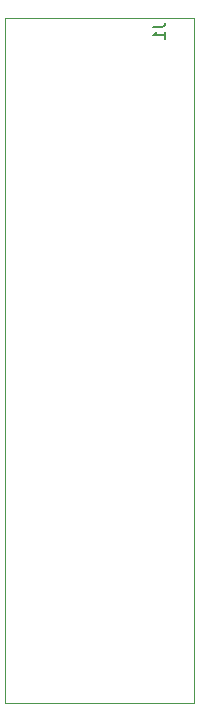
<source format=gbr>
%TF.GenerationSoftware,KiCad,Pcbnew,5.1.6-c6e7f7d~87~ubuntu18.04.1*%
%TF.CreationDate,2020-08-21T18:13:35-04:00*%
%TF.ProjectId,tutorial2,7475746f-7269-4616-9c32-2e6b69636164,rev?*%
%TF.SameCoordinates,Original*%
%TF.FileFunction,Legend,Bot*%
%TF.FilePolarity,Positive*%
%FSLAX46Y46*%
G04 Gerber Fmt 4.6, Leading zero omitted, Abs format (unit mm)*
G04 Created by KiCad (PCBNEW 5.1.6-c6e7f7d~87~ubuntu18.04.1) date 2020-08-21 18:13:35*
%MOMM*%
%LPD*%
G01*
G04 APERTURE LIST*
%ADD10C,0.120000*%
%ADD11C,0.150000*%
G04 APERTURE END LIST*
D10*
%TO.C,J1*%
X74975000Y-69425000D02*
X74975000Y-124425000D01*
X74975000Y-124425000D02*
X58975000Y-124425000D01*
X58975000Y-124425000D02*
X58975000Y-69425000D01*
X74975000Y-69425000D02*
X74975000Y-66425000D01*
X74975000Y-66425000D02*
X58975000Y-66425000D01*
X58975000Y-66425000D02*
X58975000Y-69425000D01*
D11*
X71507380Y-67181666D02*
X72221666Y-67181666D01*
X72364523Y-67134047D01*
X72459761Y-67038809D01*
X72507380Y-66895952D01*
X72507380Y-66800714D01*
X72507380Y-68181666D02*
X72507380Y-67610238D01*
X72507380Y-67895952D02*
X71507380Y-67895952D01*
X71650238Y-67800714D01*
X71745476Y-67705476D01*
X71793095Y-67610238D01*
%TD*%
M02*

</source>
